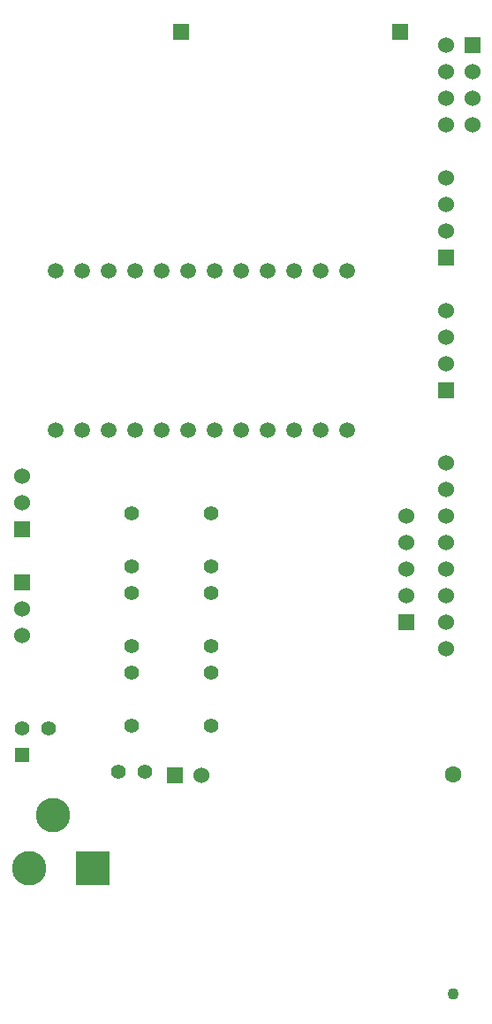
<source format=gbl>
G04 (created by PCBNEW-RS274X (2012-apr-16-27)-stable) date So 26 Okt 2014 19:58:05 CET*
G01*
G70*
G90*
%MOIN*%
G04 Gerber Fmt 3.4, Leading zero omitted, Abs format*
%FSLAX34Y34*%
G04 APERTURE LIST*
%ADD10C,0.006000*%
%ADD11C,0.129900*%
%ADD12R,0.129900X0.129900*%
%ADD13C,0.055000*%
%ADD14R,0.060000X0.060000*%
%ADD15C,0.060000*%
%ADD16R,0.055000X0.055000*%
%ADD17C,0.043300*%
%ADD18C,0.063000*%
%ADD19C,0.059100*%
G04 APERTURE END LIST*
G54D10*
G54D11*
X02000Y-32000D03*
G54D12*
X04400Y-32000D03*
G54D11*
X02900Y-30000D03*
G54D13*
X05875Y-18625D03*
X05875Y-20625D03*
X08875Y-18625D03*
X08875Y-20625D03*
X05875Y-24625D03*
X05875Y-26625D03*
X08875Y-24625D03*
X08875Y-26625D03*
X05875Y-21625D03*
X05875Y-23625D03*
X08875Y-21625D03*
X08875Y-23625D03*
X05375Y-28375D03*
X06375Y-28375D03*
G54D14*
X18750Y-01000D03*
G54D15*
X17750Y-01000D03*
X18750Y-02000D03*
X17750Y-02000D03*
X18750Y-03000D03*
X17750Y-03000D03*
X18750Y-04000D03*
X17750Y-04000D03*
G54D14*
X17750Y-09000D03*
G54D15*
X17750Y-08000D03*
X17750Y-07000D03*
X17750Y-06000D03*
G54D14*
X17750Y-14000D03*
G54D15*
X17750Y-13000D03*
X17750Y-12000D03*
X17750Y-11000D03*
G54D14*
X01750Y-21250D03*
G54D15*
X01750Y-22250D03*
X01750Y-23250D03*
G54D14*
X01750Y-19250D03*
G54D15*
X01750Y-18250D03*
X01750Y-17250D03*
G54D14*
X07500Y-28500D03*
G54D15*
X08500Y-28500D03*
X17750Y-16750D03*
X17750Y-17750D03*
X17750Y-18750D03*
X17750Y-19750D03*
X17750Y-20750D03*
X17750Y-21750D03*
X17750Y-22750D03*
X17750Y-23750D03*
G54D16*
X01750Y-27750D03*
G54D13*
X01750Y-26750D03*
X02750Y-26750D03*
G54D14*
X07750Y-00500D03*
X16000Y-00500D03*
G54D17*
X18003Y-36733D03*
G54D18*
X18003Y-28466D03*
G54D19*
X03000Y-09500D03*
X04000Y-09500D03*
X05000Y-09500D03*
X06000Y-09500D03*
X07000Y-09500D03*
X08000Y-09500D03*
X09000Y-09500D03*
X10000Y-09500D03*
X11000Y-09500D03*
X12000Y-09500D03*
X13000Y-09500D03*
X14000Y-09500D03*
X14000Y-15500D03*
X13000Y-15500D03*
X12000Y-15500D03*
X11000Y-15500D03*
X10000Y-15500D03*
X09000Y-15500D03*
X08000Y-15500D03*
X07000Y-15500D03*
X06000Y-15500D03*
X05000Y-15500D03*
X04000Y-15500D03*
X03000Y-15500D03*
G54D14*
X16250Y-22750D03*
G54D15*
X16250Y-21750D03*
X16250Y-20750D03*
X16250Y-19750D03*
X16250Y-18750D03*
M02*

</source>
